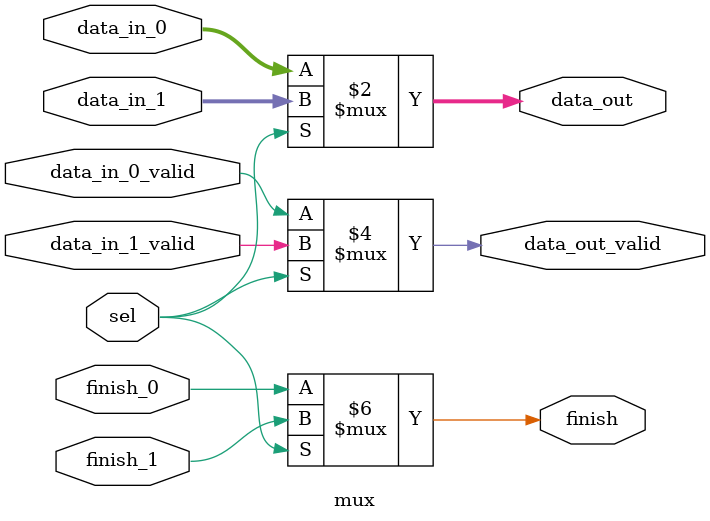
<source format=v>
`timescale 1ns / 1ps


module mux
#(
  parameter integer DATA_IN_WIDTH = 14,
  parameter integer DATA_OUT_WIDTH = 14
  )

(

    input [DATA_IN_WIDTH-1:0] data_in_0,
    input data_in_0_valid,
    input [DATA_IN_WIDTH-1:0] data_in_1,
    input data_in_1_valid,
    input sel,
    input finish_0,
    input finish_1,
    
    output [DATA_OUT_WIDTH-1:0] data_out,
    output data_out_valid,
    output finish
    );
    

assign data_out = (sel == 0)? $signed(data_in_0) : $signed(data_in_1);
assign data_out_valid = (sel == 0)? data_in_0_valid : data_in_1_valid;
assign finish = (sel == 0)? finish_0 : finish_1;

endmodule

</source>
